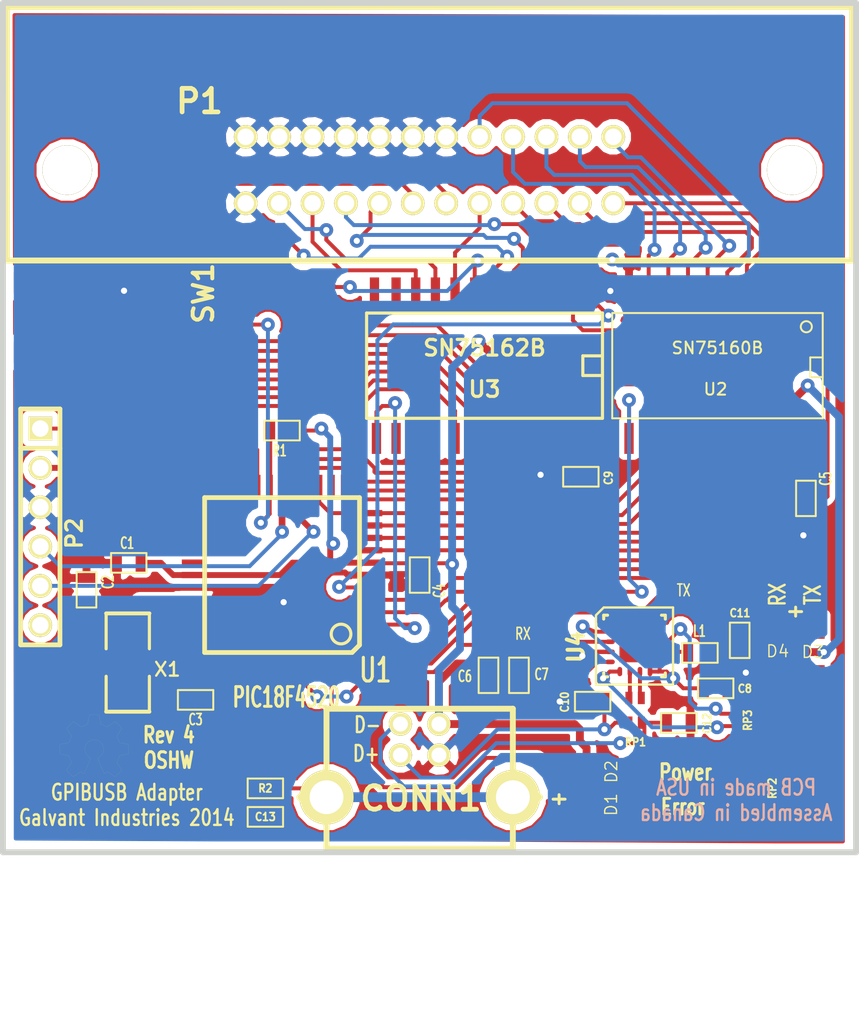
<source format=kicad_pcb>
(kicad_pcb (version 20210424) (generator pcbnew)
  (title_block (title "USB to GPIB Adapter") (date "17 mar 2013") (rev "RevB") (company "Steven Casagrande"))
  (layers (0 "F.Cu" signal "Component") (31 "B.Cu" signal "Copper") (34 "B.Paste" user) (35 "F.Paste" user) (36 "B.SilkS" user "B.Silkscreen") (37 "F.SilkS" user "F.Silkscreen") (38 "B.Mask" user) (39 "F.Mask" user) (44 "Edge.Cuts" user))
  (net 0 "")
  (net 1 "3V3OUT")
  (net 2 "ATN")
  (net 3 "DAV")
  (net 4 "DC")
  (net 5 "DGND")
  (net 6 "DIO1")
  (net 7 "DIO2")
  (net 8 "DIO3")
  (net 9 "DIO4")
  (net 10 "DIO5")
  (net 11 "DIO6")
  (net 12 "DIO7")
  (net 13 "DIO8")
  (net 14 "EOI")
  (net 15 "ERROR_LED")
  (net 16 "FTDI_CTS")
  (net 17 "FTDI_RTS")
  (net 18 "FTDI_RXI")
  (net 19 "FTDI_TXO")
  (net 20 "G_ATN")
  (net 21 "G_DAV")
  (net 22 "G_DIO1")
  (net 23 "G_DIO2")
  (net 24 "G_DIO3")
  (net 25 "G_DIO4")
  (net 26 "G_DIO5")
  (net 27 "G_DIO6")
  (net 28 "G_DIO7")
  (net 29 "G_DIO8")
  (net 30 "G_EOI")
  (net 31 "G_IFC")
  (net 32 "G_NDAC")
  (net 33 "G_NRFD")
  (net 34 "G_REN")
  (net 35 "G_SRQ")
  (net 36 "IFC")
  (net 37 "NDAC")
  (net 38 "NRFD")
  (net 39 "Net-(C10-Pad1)")
  (net 40 "Net-(C12-Pad1)")
  (net 41 "Net-(C13-Pad1)")
  (net 42 "Net-(C2-Pad1)")
  (net 43 "Net-(C3-Pad2)")
  (net 44 "Net-(D1-Pad2)")
  (net 45 "Net-(D2-Pad2)")
  (net 46 "Net-(D3-Pad2)")
  (net 47 "Net-(D4-Pad2)")
  (net 48 "Net-(L1-Pad1)")
  (net 49 "Net-(P2-Pad1)")
  (net 50 "Net-(P2-Pad6)")
  (net 51 "Net-(U1-Pad12)")
  (net 52 "Net-(U1-Pad13)")
  (net 53 "Net-(U1-Pad27)")
  (net 54 "Net-(U1-Pad33)")
  (net 55 "Net-(U1-Pad34)")
  (net 56 "Net-(U1-Pad38)")
  (net 57 "Net-(U1-Pad39)")
  (net 58 "Net-(U1-Pad40)")
  (net 59 "Net-(U3-Pad11)")
  (net 60 "Net-(U3-Pad14)")
  (net 61 "Net-(U3-Pad23)")
  (net 62 "Net-(U4-Pad12)")
  (net 63 "Net-(U4-Pad14)")
  (net 64 "PE")
  (net 65 "REN")
  (net 66 "RX_LED")
  (net 67 "SC")
  (net 68 "SRQ")
  (net 69 "TE")
  (net 70 "TX_LED")
  (net 71 "USB_D+")
  (net 72 "USB_D-")
  (net 73 "VCC")
  (footprint "conn_usb_B" (layer "F.Cu") (at 150.114 127)
    (fp_text reference "CONN1")
    (fp_text value "Conn1" hide)
  )
  (footprint "SSOP28" (layer "F.Cu") (at 169.3545 96.8375 180)
    (fp_text reference "U2")
    (fp_text value "SN75160B")
  )
  (footprint "SM0603" (layer "F.Cu") (at 135.636 118.4275 180)
    (fp_text reference "C3")
    (fp_text value "18pF" hide)
  )
  (footprint "SM0603" (layer "F.Cu") (at 168.2242 115.3922)
    (fp_text reference "L1")
    (fp_text value "INDUCTOR" hide)
  )
  (footprint "SM0603" (layer "F.Cu") (at 175.0695 105.41 -90)
    (fp_text reference "C5")
    (fp_text value "100nF" hide)
  )
  (footprint "SM0603" (layer "F.Cu") (at 150.114 110.363 90)
    (fp_text reference "C4")
    (fp_text value "100nF" hide)
  )
  (footprint "gpib_conn_male" (layer "F.Cu") (at 150.749 84.201 180)
    (fp_text reference "P1")
    (fp_text value "CONN_12X2" hide)
  )
  (footprint "SM0603" (layer "F.Cu") (at 141.224 101.0285)
    (fp_text reference "R1")
    (fp_text value "10k" hide)
  )
  (footprint "SM2512" (layer "F.Cu") (at 131.2545 116.0145 -90)
    (fp_text reference "X1")
    (fp_text value "CRYSTAL" hide)
  )
  (footprint "SM0603" (layer "F.Cu") (at 156.5275 116.84 -90)
    (fp_text reference "C7")
    (fp_text value "100nF" hide)
  )
  (footprint "TQFP44" (layer "F.Cu") (at 141.224 110.363 180)
    (fp_text reference "U1")
    (fp_text value "PIC18F4520")
  )
  (footprint "LED-1206" (layer "F.Cu") (at 162.4965 125.222)
    (fp_text reference "D1")
    (fp_text value "LED" hide)
  )
  (footprint "LED-1206" (layer "F.Cu") (at 162.4965 123.063)
    (fp_text reference "D2")
    (fp_text value "LED" hide)
  )
  (footprint "SM0603" (layer "F.Cu") (at 154.559 116.84 -90)
    (fp_text reference "C6")
    (fp_text value "4.7uF" hide)
  )
  (footprint "SM0603" (layer "F.Cu") (at 131.318 109.5756 180)
    (fp_text reference "C1")
    (fp_text value "100nF" hide)
  )
  (footprint "SM0603" (layer "F.Cu") (at 170.7896 114.5794 90)
    (fp_text reference "C11")
    (fp_text value "10nF" hide)
  )
  (footprint "SM0603" (layer "F.Cu") (at 161.29 118.5418 180)
    (fp_text reference "C10")
    (fp_text value "47pF" hide)
  )
  (footprint "SM0603" (layer "F.Cu") (at 166.8526 119.9134)
    (fp_text reference "C12")
    (fp_text value "47pF" hide)
  )
  (footprint "SM0603" (layer "F.Cu") (at 169.2402 117.6782)
    (fp_text reference "C8")
    (fp_text value "10nF" hide)
  )
  (footprint "SM0603" (layer "F.Cu") (at 160.528 104.013 180)
    (fp_text reference "C9")
    (fp_text value "100nF" hide)
  )
  (footprint "SOIC24" (layer "F.Cu") (at 154.305 96.8375 180)
    (fp_text reference "U3")
    (fp_text value "SN75162B")
  )
  (footprint "SW_PUSH" (layer "F.Cu") (at 129.4892 93.726 -90)
    (fp_text reference "SW1")
    (fp_text value "SW_PUSH" hide)
  )
  (footprint "PIN_ARRAY-6X1" (layer "F.Cu") (at 125.603 107.2515 -90)
    (fp_text reference "P2")
    (fp_text value "CONN_6" hide)
  )
  (footprint "SM0603" (layer "F.Cu") (at 128.5875 111.3155 90)
    (fp_text reference "C2")
    (fp_text value "18pF" hide)
  )
  (footprint "SM0603" (layer "F.Cu") (at 164.0332 119.1006)
    (fp_text reference "RP1")
    (fp_text value "27ohm" hide)
  )
  (footprint "SM0603" (layer "F.Cu") (at 170.84548 124.16536 90)
    (fp_text reference "RP2")
    (fp_text value "270ohm" hide)
  )
  (footprint "LOGO" (layer "F.Cu") (at 129.0828 121.3866)
    (fp_text reference "G***" hide)
    (fp_text value "LOGO" hide)
  )
  (footprint "SM0603" (layer "F.Cu") (at 140.1445 124.1425 180)
    (fp_text reference "R2")
    (fp_text value "1M" hide)
  )
  (footprint "SM0603" (layer "F.Cu") (at 140.1445 125.984 180)
    (fp_text reference "C13")
    (fp_text value "4.7nF" hide)
  )
  (footprint "QFN24" (layer "F.Cu") (at 164.0205 114.9985 90)
    (fp_text reference "U4")
    (fp_text value "FT230X" hide)
  )
  (footprint "LED-1206" (layer "F.Cu") (at 173.24324 115.28552 -90)
    (fp_text reference "D4")
    (fp_text value "LED" hide)
  )
  (footprint "LED-1206" (layer "F.Cu") (at 175.52924 115.33124 -90)
    (fp_text reference "D3")
    (fp_text value "LED" hide)
  )
  (footprint "SM0603" (layer "F.Cu") (at 173.37024 119.72036 -90)
    (fp_text reference "RP3")
    (fp_text value "270ohm" hide)
  )
  (footprint "1pin" (layer "F.Cu") (at 165.9636 111.29264)
    (fp_text reference "1PIN" hide)
    (fp_text value "P4" hide)
  )
  (footprint "1pin" (layer "F.Cu") (at 157.988 114.0968)
    (fp_text reference "1PIN" hide)
    (fp_text value "P3" hide)
  )
  (gr_line (start 178.308 128.27) (end 123.19 128.27) (angle 90) (layer "Edge.Cuts") (width 0.381))
  (gr_line (start 123.19 128.27) (end 123.19 73.406) (angle 90) (layer "Edge.Cuts") (width 0.381))
  (gr_line (start 178.308 73.406) (end 178.308 128.27) (angle 90) (layer "Edge.Cuts") (width 0.381))
  (gr_line (start 123.19 73.406) (end 178.308 73.406) (angle 90) (layer "Edge.Cuts") (width 0.381))
  (gr_text "PCB made in USA\nAssembled in Canada" (at 170.561 124.9045) (layer "B.SilkS") (effects (font (size 1.016 0.762) (thickness 0.1524)) (justify mirror)))
  (gr_text "Power" (at 167.28948 123.10364) (layer "F.SilkS") (effects (font (size 1.016 0.762) (thickness 0.1905))))
  (gr_text "Error" (at 167.11676 125.34392) (layer "F.SilkS") (effects (font (size 1.016 0.762) (thickness 0.1905))))
  (gr_text "D+" (at 146.6596 121.8946) (layer "F.SilkS") (effects (font (size 1.016 0.762) (thickness 0.1524))))
  (gr_text "Rev 4\nOSHW" (at 133.9088 121.5136) (layer "F.SilkS") (effects (font (size 1.016 0.762) (thickness 0.1905))))
  (gr_text "+" (at 159.1945 124.841 270) (layer "F.SilkS") (effects (font (size 1.016 0.762) (thickness 0.1905))))
  (gr_text "GPIBUSB Adapter\nGalvant Industries 2014" (at 131.191 125.222) (layer "F.SilkS") (effects (font (size 1.016 0.762) (thickness 0.1524))))
  (gr_text "RX" (at 156.78404 114.15776) (layer "F.SilkS") (effects (font (size 0.762 0.508) (thickness 0.1016))))
  (gr_text "RX" (at 173.23308 111.62792 90) (layer "F.SilkS") (effects (font (size 1.016 0.762) (thickness 0.1524))))
  (gr_text "+" (at 174.47768 112.7252 270) (layer "F.SilkS") (effects (font (size 1.016 0.762) (thickness 0.1905))))
  (gr_text "D-" (at 146.7358 120.0404) (layer "F.SilkS") (effects (font (size 1.016 0.762) (thickness 0.1524))))
  (gr_text "TX" (at 175.50892 111.63808 90) (layer "F.SilkS") (effects (font (size 1.016 0.762) (thickness 0.1524))))
  (gr_text "TX" (at 167.16756 111.3536) (layer "F.SilkS") (effects (font (size 0.762 0.508) (thickness 0.1016))))
  (segment (start 165.532 116.5985) (end 165.6205 116.51) (width 0.254) (layer "F.Cu") (net 1))
  (segment (start 165.6205 116.51) (end 165.6205 115.9735) (width 0.254) (layer "F.Cu") (net 1))
  (segment (start 166.497 117.0305) (end 166.065 116.5985) (width 0.254) (layer "F.Cu") (net 1))
  (segment (start 166.065 116.5985) (end 165.532 116.5985) (width 0.254) (layer "F.Cu") (net 1))
  (segment (start 160.64484 113.68532) (end 161.4199 114.0235) (width 0.254) (layer "F.Cu") (net 1))
  (segment (start 161.4199 114.0235) (end 162.4205 114.0235) (width 0.254) (layer "F.Cu") (net 1))
  (segment (start 167.1447 117.6782) (end 166.497 117.0305) (width 0.254) (layer "F.Cu") (net 1))
  (segment (start 168.4782 117.6782) (end 167.1447 117.6782) (width 0.254) (layer "F.Cu") (net 1))
  (segment (start 164.9955 116.5985) (end 165.532 116.5985) (width 0.254) (layer "F.Cu") (net 1))
  (via (at 160.64484 113.68532) (size 0.889) (drill 0.4) (layers "F.Cu" "B.Cu") (net 1))
  (via (at 166.497 117.0305) (size 0.889) (drill 0.4) (layers "F.Cu" "B.Cu") (net 1))
  (segment (start 165.1635 117.0305) (end 166.497 117.0305) (width 0.254) (layer "B.Cu") (net 1))
  (segment (start 164.4269 117.0305) (end 160.64484 113.68532) (width 0.254) (layer "B.Cu") (net 1))
  (segment (start 166.497 117.0305) (end 164.4269 117.0305) (width 0.254) (layer "B.Cu") (net 1))
  (segment (start 147.193 97.79) (end 149.4155 97.79) (width 0.254) (layer "F.Cu") (net 2))
  (segment (start 149.4155 97.79) (end 151.13 99.5045) (width 0.254) (layer "F.Cu") (net 2))
  (segment (start 151.13 101.5375) (end 151.13 99.5045) (width 0.254) (layer "F.Cu") (net 2))
  (segment (start 147.1295 97.79) (end 146.05 98.8695) (width 0.254) (layer "F.Cu") (net 2))
  (segment (start 146.05 98.8695) (end 139.2555 98.8695) (width 0.254) (layer "F.Cu") (net 2))
  (segment (start 139.2555 98.8695) (end 137.7315 100.3935) (width 0.254) (layer "F.Cu") (net 2))
  (segment (start 137.7315 100.3935) (end 137.7315 101.1555) (width 0.254) (layer "F.Cu") (net 2))
  (segment (start 137.7315 101.1555) (end 138.8237 102.2477) (width 0.254) (layer "F.Cu") (net 2))
  (segment (start 138.8237 102.2477) (end 138.8237 104.648) (width 0.254) (layer "F.Cu") (net 2))
  (segment (start 147.193 97.79) (end 147.1295 97.79) (width 0.254) (layer "F.Cu") (net 2))
  (segment (start 150.241 96.647) (end 153.67 100.076) (width 0.254) (layer "F.Cu") (net 3))
  (segment (start 153.67 101.5375) (end 153.67 100.076) (width 0.254) (layer "F.Cu") (net 3))
  (segment (start 146.812 96.647) (end 150.241 96.647) (width 0.254) (layer "F.Cu") (net 3))
  (segment (start 146.792076 96.647) (end 145.712576 97.7265) (width 0.254) (layer "F.Cu") (net 3))
  (segment (start 145.712576 97.7265) (end 138.4935 97.7265) (width 0.254) (layer "F.Cu") (net 3))
  (segment (start 138.4935 97.7265) (end 136.2075 100.0125) (width 0.254) (layer "F.Cu") (net 3))
  (segment (start 136.2075 101.473) (end 137.2235 102.489) (width 0.254) (layer "F.Cu") (net 3))
  (segment (start 137.2235 102.489) (end 137.2235 104.648) (width 0.254) (layer "F.Cu") (net 3))
  (segment (start 146.812 96.647) (end 146.792076 96.647) (width 0.254) (layer "F.Cu") (net 3))
  (segment (start 136.2075 100.0125) (end 136.2075 101.473) (width 0.254) (layer "F.Cu") (net 3))
  (segment (start 148.5265 99.2505) (end 148.336 99.441) (width 0.254) (layer "F.Cu") (net 4))
  (segment (start 148.336 99.441) (end 147.701 99.441) (width 0.254) (layer "F.Cu") (net 4))
  (segment (start 147.701 99.441) (end 147.32 99.822) (width 0.254) (layer "F.Cu") (net 4))
  (segment (start 147.32 101.5375) (end 147.32 99.822) (width 0.254) (layer "F.Cu") (net 4))
  (segment (start 149.7965 113.792) (end 149.5679 113.5634) (width 0.254) (layer "F.Cu") (net 4))
  (segment (start 149.5679 113.5634) (end 146.939 113.5634) (width 0.254) (layer "F.Cu") (net 4))
  (via (at 148.5265 99.2505) (size 0.889) (drill 0.4) (layers "F.Cu" "B.Cu") (net 4))
  (via (at 149.7965 113.792) (size 0.889) (drill 0.4) (layers "F.Cu" "B.Cu") (net 4))
  (segment (start 148.5265 112.395) (end 148.5265 99.2505) (width 0.254) (layer "B.Cu") (net 4))
  (segment (start 148.5265 113.157) (end 149.1615 113.792) (width 0.254) (layer "B.Cu") (net 4))
  (segment (start 149.1615 113.792) (end 149.7965 113.792) (width 0.254) (layer "B.Cu") (net 4))
  (segment (start 148.5265 112.903) (end 148.5265 113.157) (width 0.254) (layer "B.Cu") (net 4))
  (segment (start 148.5265 112.395) (end 148.5265 112.903) (width 0.254) (layer "B.Cu") (net 4))
  (segment (start 162.559 92.1375) (end 162.433 92.0115) (width 0.254) (layer "F.Cu") (net 5))
  (segment (start 158.0515 104.013) (end 157.9245 103.886) (width 0.254) (layer "F.Cu") (net 5))
  (segment (start 149.3774 111.125) (end 148.6154 110.363) (width 0.381) (layer "F.Cu") (net 5))
  (segment (start 148.6154 110.363) (end 146.939 110.363) (width 0.381) (layer "F.Cu") (net 5))
  (segment (start 145.453098 110.363) (end 145.288 110.197902) (width 0.381) (layer "F.Cu") (net 5))
  (segment (start 145.288 110.197902) (end 142.278098 110.197902) (width 0.381) (layer "F.Cu") (net 5))
  (segment (start 142.278098 110.197902) (end 141.3129 111.1631) (width 0.381) (layer "F.Cu") (net 5))
  (segment (start 141.3129 111.1631) (end 135.509 111.1631) (width 0.381) (layer "F.Cu") (net 5))
  (segment (start 141.3129 112.1029) (end 141.3256 112.1156) (width 0.381) (layer "F.Cu") (net 5))
  (segment (start 147.193 93.5482) (end 147.1168 93.6244) (width 0.254) (layer "F.Cu") (net 5))
  (segment (start 147.1168 93.6244) (end 143.6624 93.6244) (width 0.254) (layer "F.Cu") (net 5))
  (segment (start 131.536 91.476) (end 131.0132 91.9988) (width 0.254) (layer "F.Cu") (net 5))
  (segment (start 175.0695 107.6325) (end 174.9044 107.7976) (width 0.508) (layer "F.Cu") (net 5))
  (segment (start 170.77944 117.6782) (end 171.18584 117.2718) (width 0.254) (layer "F.Cu") (net 5))
  (segment (start 171.18584 117.2718) (end 171.18584 116.66728) (width 0.254) (layer "F.Cu") (net 5))
  (segment (start 138.0236 114.5032) (end 138.00836 114.48796) (width 0.254) (layer "F.Cu") (net 5))
  (segment (start 138.8237 114.55146) (end 138.811 114.53876) (width 0.254) (layer "F.Cu") (net 5))
  (segment (start 139.6238 114.53876) (end 139.60856 114.52352) (width 0.254) (layer "F.Cu") (net 5))
  (segment (start 160.89134 115.3235) (end 160.62452 115.59032) (width 0.254) (layer "F.Cu") (net 5))
  (segment (start 159.17164 118.5418) (end 159.16148 118.53164) (width 0.381) (layer "F.Cu") (net 5))
  (segment (start 165.95578 113.3985) (end 167.01008 112.3442) (width 0.254) (layer "F.Cu") (net 5))
  (segment (start 170.0022 117.6782) (end 170.77944 117.6782) (width 0.254) (layer "F.Cu") (net 5))
  (segment (start 160.528 118.5418) (end 159.17164 118.5418) (width 0.381) (layer "F.Cu") (net 5))
  (segment (start 134.0392 91.476) (end 131.536 91.476) (width 0.254) (layer "F.Cu") (net 5))
  (segment (start 163.6395 92.1375) (end 162.559 92.1375) (width 0.254) (layer "F.Cu") (net 5))
  (segment (start 150.114 111.125) (end 149.3774 111.125) (width 0.381) (layer "F.Cu") (net 5))
  (segment (start 154.559 117.602) (end 156.5275 117.602) (width 0.381) (layer "F.Cu") (net 5))
  (segment (start 146.939 110.363) (end 145.453098 110.363) (width 0.381) (layer "F.Cu") (net 5))
  (segment (start 159.639 104.013) (end 158.0515 104.013) (width 0.254) (layer "F.Cu") (net 5))
  (segment (start 162.4205 115.3235) (end 160.89134 115.3235) (width 0.254) (layer "F.Cu") (net 5))
  (segment (start 138.0236 116.078) (end 138.0236 114.5032) (width 0.254) (layer "F.Cu") (net 5))
  (segment (start 156.5275 117.602) (end 158.07944 117.602) (width 0.381) (layer "F.Cu") (net 5))
  (segment (start 139.6238 116.078) (end 139.6238 114.53876) (width 0.254) (layer "F.Cu") (net 5))
  (segment (start 175.0695 106.172) (end 175.0695 107.6325) (width 0.508) (layer "F.Cu") (net 5))
  (segment (start 147.193 92.1375) (end 147.193 93.5482) (width 0.254) (layer "F.Cu") (net 5))
  (segment (start 141.3129 111.1631) (end 141.3129 112.1029) (width 0.381) (layer "F.Cu") (net 5))
  (segment (start 135.509 113.5634) (end 137.42416 113.5634) (width 0.254) (layer "F.Cu") (net 5))
  (segment (start 164.9955 113.3985) (end 165.95578 113.3985) (width 0.254) (layer "F.Cu") (net 5))
  (segment (start 138.8237 116.078) (end 138.8237 114.55146) (width 0.254) (layer "F.Cu") (net 5))
  (via (at 162.433 92.0115) (size 0.889) (drill 0.4) (layers "F.Cu" "B.Cu") (net 5))
  (via (at 160.62452 115.59032) (size 0.889) (drill 0.4) (layers "F.Cu" "B.Cu") (net 5))
  (via (at 174.9044 107.7976) (size 0.889) (drill 0.4) (layers "F.Cu" "B.Cu") (net 5))
  (via (at 157.9245 103.886) (size 0.889) (drill 0.4) (layers "F.Cu" "B.Cu") (net 5))
  (via (at 159.16148 118.53164) (size 0.889) (drill 0.4) (layers "F.Cu" "B.Cu") (net 5))
  (via (at 141.3256 112.1156) (size 0.889) (drill 0.4) (layers "F.Cu" "B.Cu") (net 5))
  (via (at 171.18584 116.66728) (size 0.889) (drill 0.4) (layers "F.Cu" "B.Cu") (net 5))
  (via (at 131.0132 91.9988) (size 0.889) (drill 0.4) (layers "F.Cu" "B.Cu") (net 5))
  (segment (start 162.433 92.0115) (end 162.433 92.075) (width 0.254) (layer "B.Cu") (net 5))
  (segment (start 170.1292 108.0008) (end 173.7995 104.3305) (width 0.254) (layer "F.Cu") (net 6))
  (segment (start 173.7995 101.5375) (end 173.7995 104.3305) (width 0.254) (layer "F.Cu") (net 6))
  (segment (start 154.94 109.982) (end 168.148 109.982) (width 0.254) (layer "F.Cu") (net 6))
  (segment (start 168.148 109.982) (end 170.1292 108.0008) (width 0.254) (layer "F.Cu") (net 6))
  (segment (start 154.686 109.982) (end 153.4668 108.7628) (width 0.254) (layer "F.Cu") (net 6))
  (segment (start 153.4668 108.7628) (end 146.939 108.7628) (width 0.254) (layer "F.Cu") (net 6))
  (segment (start 154.94 109.982) (end 154.686 109.982) (width 0.254) (layer "F.Cu") (net 6))
  (segment (start 169.3418 107.2007) (end 172.5295 104.013) (width 0.254) (layer "F.Cu") (net 7))
  (segment (start 172.5295 101.5375) (end 172.5295 104.013) (width 0.254) (layer "F.Cu") (net 7))
  (segment (start 155.5115 109.4105) (end 167.132 109.4105) (width 0.254) (layer "F.Cu") (net 7))
  (segment (start 167.132 109.4105) (end 169.3418 107.2007) (width 0.254) (layer "F.Cu") (net 7))
  (segment (start 155.0035 109.4105) (end 153.5557 107.9627) (width 0.254) (layer "F.Cu") (net 7))
  (segment (start 153.5557 107.9627) (end 146.939 107.9627) (width 0.254) (layer "F.Cu") (net 7))
  (segment (start 155.5115 109.4105) (end 155.0035 109.4105) (width 0.254) (layer "F.Cu") (net 7))
  (segment (start 168.6814 106.4006) (end 171.2595 103.8225) (width 0.254) (layer "F.Cu") (net 8))
  (segment (start 171.2595 101.5375) (end 171.2595 103.8225) (width 0.254) (layer "F.Cu") (net 8))
  (segment (start 156.0195 108.7755) (end 166.3065 108.7755) (width 0.254) (layer "F.Cu") (net 8))
  (segment (start 166.3065 108.7755) (end 168.6814 106.4006) (width 0.254) (layer "F.Cu") (net 8))
  (segment (start 155.194 108.7755) (end 153.5811 107.1626) (width 0.254) (layer "F.Cu") (net 8))
  (segment (start 153.5811 107.1626) (end 146.939 107.1626) (width 0.254) (layer "F.Cu") (net 8))
  (segment (start 156.0195 108.7755) (end 155.194 108.7755) (width 0.254) (layer "F.Cu") (net 8))
  (segment (start 167.9575 105.6005) (end 169.9895 103.5685) (width 0.254) (layer "F.Cu") (net 9))
  (segment (start 169.9895 101.5375) (end 169.9895 103.5685) (width 0.254) (layer "F.Cu") (net 9))
  (segment (start 156.591 108.204) (end 165.354 108.204) (width 0.254) (layer "F.Cu") (net 9))
  (segment (start 165.354 108.204) (end 167.9575 105.6005) (width 0.254) (layer "F.Cu") (net 9))
  (segment (start 155.448 108.204) (end 153.6065 106.3625) (width 0.254) (layer "F.Cu") (net 9))
  (segment (start 153.6065 106.3625) (end 146.939 106.3625) (width 0.254) (layer "F.Cu") (net 9))
  (segment (start 156.591 108.204) (end 155.448 108.204) (width 0.254) (layer "F.Cu") (net 9))
  (segment (start 167.0685 104.9655) (end 168.7195 103.3145) (width 0.254) (layer "F.Cu") (net 10))
  (segment (start 168.7195 103.3145) (end 168.7195 101.5375) (width 0.254) (layer "F.Cu") (net 10))
  (segment (start 155.829 107.6325) (end 164.4015 107.6325) (width 0.254) (layer "F.Cu") (net 10))
  (segment (start 164.4015 107.6325) (end 167.0685 104.9655) (width 0.254) (layer "F.Cu") (net 10))
  (segment (start 143.6243 105.6513) (end 144.3355 106.3625) (width 0.254) (layer "F.Cu") (net 10))
  (segment (start 144.3355 106.3625) (end 145.288 106.3625) (width 0.254) (layer "F.Cu") (net 10))
  (segment (start 145.288 106.3625) (end 146.177 105.4735) (width 0.254) (layer "F.Cu") (net 10))
  (segment (start 146.177 105.4735) (end 153.67 105.4735) (width 0.254) (layer "F.Cu") (net 10))
  (segment (start 153.67 105.4735) (end 155.829 107.6325) (width 0.254) (layer "F.Cu") (net 10))
  (segment (start 143.6243 104.648) (end 143.6243 105.6513) (width 0.254) (layer "F.Cu") (net 10))
  (segment (start 166.3065 104.394) (end 167.4495 103.251) (width 0.254) (layer "F.Cu") (net 11))
  (segment (start 167.4495 103.251) (end 167.4495 101.5375) (width 0.254) (layer "F.Cu") (net 11))
  (segment (start 156.21 107.061) (end 163.6395 107.061) (width 0.254) (layer "F.Cu") (net 11))
  (segment (start 163.6395 107.061) (end 166.3065 104.394) (width 0.254) (layer "F.Cu") (net 11))
  (segment (start 142.8242 103.6193) (end 143.002 103.4415) (width 0.254) (layer "F.Cu") (net 11))
  (segment (start 143.002 103.4415) (end 145.6055 103.4415) (width 0.254) (layer "F.Cu") (net 11))
  (segment (start 145.6055 103.4415) (end 145.8595 103.6955) (width 0.254) (layer "F.Cu") (net 11))
  (segment (start 145.8595 103.6955) (end 145.8595 104.5845) (width 0.254) (layer "F.Cu") (net 11))
  (segment (start 145.8595 104.5845) (end 146.177 104.902) (width 0.254) (layer "F.Cu") (net 11))
  (segment (start 146.177 104.902) (end 152.4 104.902) (width 0.254) (layer "F.Cu") (net 11))
  (segment (start 152.4 104.902) (end 152.4635 104.902) (width 0.254) (layer "F.Cu") (net 11))
  (segment (start 154.051 104.902) (end 156.21 107.061) (width 0.254) (layer "F.Cu") (net 11))
  (segment (start 142.8242 103.6193) (end 142.8242 104.648) (width 0.254) (layer "F.Cu") (net 11))
  (segment (start 152.4 104.902) (end 154.051 104.902) (width 0.254) (layer "F.Cu") (net 11))
  (segment (start 143.256 107.569) (end 142.0241 106.3371) (width 0.381) (layer "F.Cu") (net 12))
  (segment (start 142.0241 106.0069) (end 142.0241 106.3371) (width 0.381) (layer "F.Cu") (net 12))
  (segment (start 142.0241 103.5939) (end 142.748 102.87) (width 0.254) (layer "F.Cu") (net 12))
  (segment (start 142.748 102.87) (end 145.796 102.87) (width 0.254) (layer "F.Cu") (net 12))
  (segment (start 145.796 102.87) (end 146.431 103.505) (width 0.254) (layer "F.Cu") (net 12))
  (segment (start 146.431 103.505) (end 146.431 104.203498) (width 0.254) (layer "F.Cu") (net 12))
  (segment (start 146.431 104.203498) (end 146.558002 104.3305) (width 0.254) (layer "F.Cu") (net 12))
  (segment (start 146.558002 104.3305) (end 151.9555 104.3305) (width 0.254) (layer "F.Cu") (net 12))
  (segment (start 154.305 104.3305) (end 156.464 106.4895) (width 0.254) (layer "F.Cu") (net 12))
  (segment (start 156.464 106.4895) (end 163.195 106.4895) (width 0.254) (layer "F.Cu") (net 12))
  (segment (start 163.195 106.4895) (end 166.1795 103.505) (width 0.254) (layer "F.Cu") (net 12))
  (segment (start 166.1795 103.505) (end 166.1795 101.5375) (width 0.254) (layer "F.Cu") (net 12))
  (segment (start 142.0241 104.648) (end 142.0241 103.5939) (width 0.254) (layer "F.Cu") (net 12))
  (segment (start 142.0241 106.0069) (end 141.986 106.045) (width 0.4318) (layer "F.Cu") (net 12))
  (segment (start 142.0241 104.648) (end 142.0241 106.0069) (width 0.4318) (layer "F.Cu") (net 12))
  (segment (start 151.9555 104.3305) (end 154.305 104.3305) (width 0.254) (layer "F.Cu") (net 12))
  (via (at 143.256 107.569) (size 0.889) (drill 0.4) (layers "F.Cu" "B.Cu") (net 12))
  (segment (start 143.1925 107.569) (end 139.7 111.0615) (width 0.254) (layer "B.Cu") (net 12))
  (segment (start 139.7 111.0615) (end 125.603 111.0615) (width 0.254) (layer "B.Cu") (net 12))
  (segment (start 125.603 111.0615) (end 125.603 111.0615) (width 0.254) (layer "B.Cu") (net 12))
  (segment (start 143.256 107.569) (end 143.1925 107.569) (width 0.254) (layer "B.Cu") (net 12))
  (segment (start 141.224 103.4415) (end 142.4305 102.235) (width 0.254) (layer "F.Cu") (net 13))
  (segment (start 142.4305 102.235) (end 145.9865 102.235) (width 0.254) (layer "F.Cu") (net 13))
  (segment (start 145.9865 102.235) (end 147.193 103.4415) (width 0.254) (layer "F.Cu") (net 13))
  (segment (start 147.193 103.4415) (end 147.193 103.695498) (width 0.254) (layer "F.Cu") (net 13))
  (segment (start 147.193 103.695498) (end 147.256502 103.759) (width 0.254) (layer "F.Cu") (net 13))
  (segment (start 147.256502 103.759) (end 151.9555 103.759) (width 0.254) (layer "F.Cu") (net 13))
  (segment (start 154.559 103.759) (end 156.718 105.918) (width 0.254) (layer "F.Cu") (net 13))
  (segment (start 156.718 105.918) (end 162.6235 105.918) (width 0.254) (layer "F.Cu") (net 13))
  (segment (start 162.6235 105.918) (end 164.9095 103.632) (width 0.254) (layer "F.Cu") (net 13))
  (segment (start 164.9095 103.632) (end 164.9095 101.5375) (width 0.254) (layer "F.Cu") (net 13))
  (segment (start 141.224 106.045) (end 141.224 107.569) (width 0.4318) (layer "F.Cu") (net 13))
  (segment (start 151.9555 103.759) (end 154.559 103.759) (width 0.254) (layer "F.Cu") (net 13))
  (segment (start 141.224 104.648) (end 141.224 103.4415) (width 0.254) (layer "F.Cu") (net 13))
  (segment (start 141.224 104.648) (end 141.224 106.045) (width 0.4318) (layer "F.Cu") (net 13))
  (via (at 141.224 107.569) (size 0.889) (drill 0.4) (layers "F.Cu" "B.Cu") (net 13))
  (segment (start 141.224 107.696) (end 139.1285 109.7915) (width 0.254) (layer "B.Cu") (net 13))
  (segment (start 139.1285 109.7915) (end 127.1905 109.7915) (width 0.254) (layer "B.Cu") (net 13))
  (segment (start 126.873 109.7915) (end 125.603 108.5215) (width 0.254) (layer "B.Cu") (net 13))
  (segment (start 127.1905 109.7915) (end 126.873 109.7915) (width 0.254) (layer "B.Cu") (net 13))
  (segment (start 141.224 107.569) (end 141.224 107.696) (width 0.254) (layer "B.Cu") (net 13))
  (segment (start 146.939 97.2185) (end 149.86 97.2185) (width 0.254) (layer "F.Cu") (net 14))
  (segment (start 149.86 97.2185) (end 152.4 99.7585) (width 0.254) (layer "F.Cu") (net 14))
  (segment (start 152.4 101.5375) (end 152.4 99.7585) (width 0.254) (layer "F.Cu") (net 14))
  (segment (start 145.8595 98.298) (end 138.938 98.298) (width 0.254) (layer "F.Cu") (net 14))
  (segment (start 138.938 98.298) (end 137.0965 100.1395) (width 0.254) (layer "F.Cu") (net 14))
  (segment (start 137.0965 100.1395) (end 137.0965 101.346) (width 0.254) (layer "F.Cu") (net 14))
  (segment (start 137.0965 101.346) (end 138.0236 102.2731) (width 0.254) (layer "F.Cu") (net 14))
  (segment (start 138.0236 102.2731) (end 138.0236 104.648) (width 0.254) (layer "F.Cu") (net 14))
  (segment (start 146.939 97.2185) (end 145.8595 98.298) (width 0.254) (layer "F.Cu") (net 14))
  (segment (start 144.4244 120.69826) (end 147.79752 124.07138) (width 0.254) (layer "F.Cu") (net 15))
  (segment (start 147.79752 124.07138) (end 152.53462 124.07138) (width 0.254) (layer "F.Cu") (net 15))
  (segment (start 152.53462 124.07138) (end 154.432 122.174) (width 0.254) (layer "F.Cu") (net 15))
  (segment (start 154.432 122.174) (end 157.734 122.174) (width 0.254) (layer "F.Cu") (net 15))
  (segment (start 157.734 122.174) (end 159.004 123.444) (width 0.254) (layer "F.Cu") (net 15))
  (segment (start 159.004 123.444) (end 159.004 124.841) (width 0.254) (layer "F.Cu") (net 15))
  (segment (start 159.004 124.841) (end 159.385 125.222) (width 0.254) (layer "F.Cu") (net 15))
  (segment (start 159.385 125.222) (end 160.8963 125.222) (width 0.254) (layer "F.Cu") (net 15))
  (segment (start 144.4244 116.078) (end 144.4244 120.69826) (width 0.254) (layer "F.Cu") (net 15))
  (segment (start 142.8242 117.5258) (end 143.49476 118.19636) (width 0.254) (layer "F.Cu") (net 16))
  (segment (start 145.3896 118.2116) (end 146.96948 116.63172) (width 0.254) (layer "F.Cu") (net 16))
  (segment (start 146.96948 116.63172) (end 151.035624 116.63172) (width 0.254) (layer "F.Cu") (net 16))
  (segment (start 151.035624 116.63172) (end 152.793304 114.87404) (width 0.254) (layer "F.Cu") (net 16))
  (segment (start 152.793304 114.87404) (end 157.45968 114.87404) (width 0.254) (layer "F.Cu") (net 16))
  (segment (start 158.60268 114.87404) (end 160.2232 116.49456) (width 0.254) (layer "F.Cu") (net 16))
  (segment (start 160.2232 116.49456) (end 161.07156 116.49456) (width 0.254) (layer "F.Cu") (net 16))
  (segment (start 161.07156 116.49456) (end 161.59262 115.9735) (width 0.254) (layer "F.Cu") (net 16))
  (segment (start 161.59262 115.9735) (end 162.4205 115.9735) (width 0.254) (layer "F.Cu") (net 16))
  (segment (start 157.45968 114.87404) (end 158.60268 114.87404) (width 0.254) (layer "F.Cu") (net 16))
  (segment (start 142.8242 116.078) (end 142.8242 117.5258) (width 0.254) (layer "F.Cu") (net 16))
  (via (at 145.3896 118.2116) (size 0.889) (drill 0.4) (layers "F.Cu" "B.Cu") (net 16))
  (via (at 143.49476 118.19636) (size 0.889) (drill 0.4) (layers "F.Cu" "B.Cu") (net 16))
  (segment (start 143.49476 118.19636) (end 143.51 118.2116) (width 0.254) (layer "B.Cu") (net 16))
  (segment (start 143.51 118.2116) (end 145.3896 118.2116) (width 0.254) (layer "B.Cu") (net 16))
  (segment (start 163.0455 113.03798) (end 162.7886 112.78108) (width 0.254) (layer "F.Cu") (net 17))
  (segment (start 162.7886 112.78108) (end 153.416 112.78108) (width 0.254) (layer "F.Cu") (net 17))
  (segment (start 153.416 112.78108) (end 150.7744 115.42268) (width 0.254) (layer "F.Cu") (net 17))
  (segment (start 150.7744 115.42268) (end 146.22272 115.42268) (width 0.254) (layer "F.Cu") (net 17))
  (segment (start 146.22272 115.42268) (end 145.29816 114.49812) (width 0.254) (layer "F.Cu") (net 17))
  (segment (start 145.29816 114.49812) (end 143.8656 114.49812) (width 0.254) (layer "F.Cu") (net 17))
  (segment (start 143.8656 114.49812) (end 143.6243 114.73942) (width 0.254) (layer "F.Cu") (net 17))
  (segment (start 143.6243 114.73942) (end 143.6243 116.078) (width 0.254) (layer "F.Cu") (net 17))
  (segment (start 163.0455 113.3985) (end 163.0455 113.03798) (width 0.254) (layer "F.Cu") (net 17))
  (segment (start 160.12934 114.6735) (end 159.2326 113.77676) (width 0.254) (layer "F.Cu") (net 18))
  (segment (start 158.76016 113.30432) (end 153.6446 113.30432) (width 0.254) (layer "F.Cu") (net 18))
  (segment (start 153.6446 113.30432) (end 150.87092 116.078) (width 0.254) (layer "F.Cu") (net 18))
  (segment (start 150.87092 116.078) (end 145.2245 116.078) (width 0.254) (layer "F.Cu") (net 18))
  (segment (start 158.91256 114.0968) (end 159.2326 113.77676) (width 0.254) (layer "F.Cu") (net 18))
  (segment (start 159.2326 113.77676) (end 158.76016 113.30432) (width 0.254) (layer "F.Cu") (net 18))
  (segment (start 157.988 114.0968) (end 158.91256 114.0968) (width 0.254) (layer "F.Cu") (net 18))
  (segment (start 162.4205 114.6735) (end 160.12934 114.6735) (width 0.254) (layer "F.Cu") (net 18))
  (segment (start 148.4757 114.3635) (end 149.0218 114.9096) (width 0.254) (layer "F.Cu") (net 19))
  (segment (start 149.0218 114.9096) (end 150.5204 114.9096) (width 0.254) (layer "F.Cu") (net 19))
  (segment (start 150.5204 114.9096) (end 153.2128 112.2172) (width 0.254) (layer "F.Cu") (net 19))
  (segment (start 153.2128 112.2172) (end 163.3474 112.2172) (width 0.254) (layer "F.Cu") (net 19))
  (segment (start 163.3474 112.2172) (end 163.6955 112.5653) (width 0.254) (layer "F.Cu") (net 19))
  (segment (start 163.6955 112.5653) (end 163.6955 112.57788) (width 0.254) (layer "F.Cu") (net 19))
  (segment (start 163.6955 112.57788) (end 163.6955 113.3985) (width 0.254) (layer "F.Cu") (net 19))
  (segment (start 164.67836 112.57788) (end 165.9636 111.29264) (width 0.254) (layer "F.Cu") (net 19))
  (segment (start 163.6955 112.57788) (end 164.67836 112.57788) (width 0.254) (layer "F.Cu") (net 19))
  (segment (start 146.939 114.3635) (end 148.4757 114.3635) (width 0.254) (layer "F.Cu") (net 19))
  (segment (start 151.13 90.551) (end 150.6855 90.1065) (width 0.254) (layer "F.Cu") (net 20))
  (segment (start 150.6855 90.1065) (end 145.4785 90.1065) (width 0.254) (layer "F.Cu") (net 20))
  (segment (start 145.4785 90.1065) (end 144.0815 88.7095) (width 0.254) (layer "F.Cu") (net 20))
  (segment (start 144.0815 88.7095) (end 144.0815 88.0745) (width 0.254) (layer "F.Cu") (net 20))
  (segment (start 151.13 92.1375) (end 151.13 90.551) (width 0.254) (layer "F.Cu") (net 20))
  (via (at 144.0815 88.0745) (size 0.889) (drill 0.4) (layers "F.Cu" "B.Cu") (net 20))
  (segment (start 144.0815 88.0745) (end 144.018 88.011) (width 0.254) (layer "B.Cu") (net 20))
  (segment (start 144.018 88.011) (end 142.6972 88.011) (width 0.254) (layer "B.Cu") (net 20))
  (segment (start 142.6972 88.011) (end 141.0335 86.3473) (width 0.254) (layer "B.Cu") (net 20))
  (segment (start 151.8285 85.725) (end 150.368 84.2645) (width 0.254) (layer "F.Cu") (net 21))
  (segment (start 150.368 84.2645) (end 137.541 84.2645) (width 0.254) (layer "F.Cu") (net 21))
  (segment (start 137.541 84.2645) (end 136.7155 85.09) (width 0.254) (layer "F.Cu") (net 21))
  (segment (start 136.7155 85.09) (end 136.7155 87.63) (width 0.254) (layer "F.Cu") (net 21))
  (segment (start 136.7155 87.63) (end 138.1125 89.027) (width 0.254) (layer "F.Cu") (net 21))
  (segment (start 138.1125 89.027) (end 140.2715 89.027) (width 0.254) (layer "F.Cu") (net 21))
  (segment (start 140.2715 89.027) (end 142.0495 90.805) (width 0.254) (layer "F.Cu") (net 21))
  (segment (start 142.0495 90.805) (end 143.7005 90.805) (width 0.254) (layer "F.Cu") (net 21))
  (segment (start 143.7005 90.805) (end 144.653 91.7575) (width 0.254) (layer "F.Cu") (net 21))
  (segment (start 144.653 91.7575) (end 145.6055 91.7575) (width 0.254) (layer "F.Cu") (net 21))
  (segment (start 153.8605 90.043) (end 153.67 90.2335) (width 0.254) (layer "F.Cu") (net 21))
  (segment (start 153.67 90.2335) (end 153.67 92.1375) (width 0.254) (layer "F.Cu") (net 21))
  (segment (start 151.8285 86.3473) (end 151.8285 85.725) (width 0.254) (layer "F.Cu") (net 21))
  (via (at 145.6055 91.7575) (size 0.889) (drill 0.4) (layers "F.Cu" "B.Cu") (net 21))
  (via (at 153.8605 90.043) (size 0.889) (drill 0.4) (layers "F.Cu" "B.Cu") (net 21))
  (segment (start 145.6055 91.7575) (end 145.8595 92.0115) (width 0.254) (layer "B.Cu") (net 21))
  (segment (start 145.8595 92.0115) (end 151.892 92.0115) (width 0.254) (layer "B.Cu") (net 21))
  (segment (start 151.892 92.0115) (end 153.8605 90.043) (width 0.254) (layer "B.Cu") (net 21))
  (segment (start 173.7995 88.519) (end 171.6278 86.3473) (width 0.254) (layer "F.Cu") (net 22))
  (segment (start 171.6278 86.3473) (end 162.6235 86.3473) (width 0.254) (layer "F.Cu") (net 22))
  (segment (start 173.7995 92.1375) (end 173.7995 88.519) (width 0.254) (layer "F.Cu") (net 22))
  (segment (start 172.5295 90.17) (end 173.1645 89.535) (width 0.254) (layer "F.Cu") (net 23))
  (segment (start 173.1645 89.535) (end 173.1645 88.646) (width 0.254) (layer "F.Cu") (net 23))
  (segment (start 173.1645 88.646) (end 171.5135 86.995) (width 0.254) (layer "F.Cu") (net 23))
  (segment (start 171.5135 86.995) (end 164.0205 86.995) (width 0.254) (layer "F.Cu") (net 23))
  (segment (start 164.0205 86.995) (end 163.195 87.8205) (width 0.254) (layer "F.Cu") (net 23))
  (segment (start 163.195 87.8205) (end 161.7345 87.8205) (width 0.254) (layer "F.Cu") (net 23))
  (segment (start 161.7345 87.8205) (end 160.4645 86.5505) (width 0.254) (layer "F.Cu") (net 23))
  (segment (start 160.4645 86.5505) (end 160.4645 86.3473) (width 0.254) (layer "F.Cu") (net 23))
  (segment (start 172.5295 92.1375) (end 172.5295 90.17) (width 0.254) (layer "F.Cu") (net 23))
  (segment (start 171.2595 90.3605) (end 172.2755 89.3445) (width 0.254) (layer "F.Cu") (net 24))
  (segment (start 172.2755 89.3445) (end 172.2755 88.5825) (width 0.254) (layer "F.Cu") (net 24))
  (segment (start 172.2755 88.5825) (end 171.323 87.63) (width 0.254) (layer "F.Cu") (net 24))
  (segment (start 171.323 87.63) (end 164.2745 87.63) (width 0.254) (layer "F.Cu") (net 24))
  (segment (start 164.2745 87.63) (end 163.449 88.4555) (width 0.254) (layer "F.Cu") (net 24))
  (segment (start 163.449 88.4555) (end 161.2265 88.4555) (width 0.254) (layer "F.Cu") (net 24))
  (segment (start 161.2265 88.4555) (end 160.4645 87.6935) (width 0.254) (layer "F.Cu") (net 24))
  (segment (start 160.4645 87.6935) (end 159.6517 87.6935) (width 0.254) (layer "F.Cu") (net 24))
  (segment (start 159.6517 87.6935) (end 158.3055 86.3473) (width 0.254) (layer "F.Cu") (net 24))
  (segment (start 171.2595 92.1375) (end 171.2595 90.3605) (width 0.254) (layer "F.Cu") (net 24))
  (segment (start 169.9895 90.805) (end 171.577 89.2175) (width 0.254) (layer "F.Cu") (net 25))
  (segment (start 171.577 89.2175) (end 171.577 88.602424) (width 0.254) (layer "F.Cu") (net 25))
  (segment (start 171.577 88.602424) (end 171.176076 88.2015) (width 0.254) (layer "F.Cu") (net 25))
  (segment (start 171.176076 88.2015) (end 164.465 88.2015) (width 0.254) (layer "F.Cu") (net 25))
  (segment (start 164.465 88.2015) (end 163.6395 89.027) (width 0.254) (layer "F.Cu") (net 25))
  (segment (start 163.6395 89.027) (end 161.035998 89.027) (width 0.254) (layer "F.Cu") (net 25))
  (segment (start 161.035998 89.027) (end 160.273998 88.265) (width 0.254) (layer "F.Cu") (net 25))
  (segment (start 160.273998 88.265) (end 159.4485 88.265) (width 0.254) (layer "F.Cu") (net 25))
  (segment (start 159.4485 88.265) (end 158.6865 87.503) (width 0.254) (layer "F.Cu") (net 25))
  (segment (start 158.6865 87.503) (end 157.3022 87.503) (width 0.254) (layer "F.Cu") (net 25))
  (segment (start 157.3022 87.503) (end 156.1465 86.3473) (width 0.254) (layer "F.Cu") (net 25))
  (segment (start 169.9895 92.1375) (end 169.9895 90.805) (width 0.254) (layer "F.Cu") (net 25))
  (segment (start 170.1165 89.0905) (end 168.7195 90.4875) (width 0.254) (layer "F.Cu") (net 26))
  (segment (start 168.7195 90.4875) (end 168.7195 92.1375) (width 0.254) (layer "F.Cu") (net 26))
  (via (at 170.1165 89.0905) (size 0.889) (drill 0.4) (layers "F.Cu" "B.Cu") (net 26))
  (segment (start 162.6235 82.423) (end 163.576 83.3755) (width 0.254) (layer "B.Cu") (net 26))
  (segment (start 163.576 83.3755) (end 164.4015 83.3755) (width 0.254) (layer "B.Cu") (net 26))
  (segment (start 164.4015 83.3755) (end 170.1165 89.0905) (width 0.254) (layer "B.Cu") (net 26))
  (segment (start 162.6235 82.0547) (end 162.6235 82.423) (width 0.254) (layer "B.Cu") (net 26))
  (segment (start 167.4495 90.3605) (end 168.5925 89.2175) (width 0.254) (layer "F.Cu") (net 27))
  (segment (start 167.4495 90.3605) (end 167.4495 92.1375) (width 0.254) (layer "F.Cu") (net 27))
  (via (at 168.5925 89.2175) (size 0.889) (drill 0.4) (layers "F.Cu" "B.Cu") (net 27))
  (segment (start 160.4645 83.6295) (end 160.845498 84.010498) (width 0.254) (layer "B.Cu") (net 27))
  (segment (start 160.845498 84.010498) (end 164.210998 84.010498) (width 0.254) (layer "B.Cu") (net 27))
  (segment (start 164.210998 84.010498) (end 168.5925 88.392) (width 0.254) (layer "B.Cu") (net 27))
  (segment (start 168.5925 88.392) (end 168.5925 89.2175) (width 0.254) (layer "B.Cu") (net 27))
  (segment (start 160.4645 82.0547) (end 160.4645 83.6295) (width 0.254) (layer "B.Cu") (net 27))
  (segment (start 166.1795 90.043) (end 166.9415 89.281) (width 0.254) (layer "F.Cu") (net 28))
  (segment (start 166.1795 90.043) (end 166.1795 92.1375) (width 0.254) (layer "F.Cu") (net 28))
  (via (at 166.9415 89.281) (size 0.889) (drill 0.4) (layers "F.Cu" "B.Cu") (net 28))
  (segment (start 158.3055 84.0105) (end 158.8135 84.5185) (width 0.254) (layer "B.Cu") (net 28))
  (segment (start 158.8135 84.5185) (end 163.83 84.5185) (width 0.254) (layer "B.Cu") (net 28))
  (segment (start 163.83 84.5185) (end 166.9415 87.63) (width 0.254) (layer "B.Cu") (net 28))
  (segment (start 166.9415 87.63) (end 166.9415 89.281) (width 0.254) (layer "B.Cu") (net 28))
  (segment (start 158.3055 82.0547) (end 158.3055 84.0105) (width 0.254) (layer "B.Cu") (net 28))
  (segment (start 164.9095 89.7255) (end 165.2905 89.3445) (width 0.254) (layer "F.Cu") (net 29))
  (segment (start 164.9095 89.7255) (end 164.9095 92.1375) (width 0.254) (layer "F.Cu") (net 29))
  (via (at 165.2905 89.3445) (size 0.889) (drill 0.4) (layers "F.Cu" "B.Cu") (net 29))
  (segment (start 156.1465 84.328) (end 156.9085 85.09) (width 0.254) (layer "B.Cu") (net 29))
  (segment (start 156.9085 85.09) (end 163.6395 85.09) (width 0.254) (layer "B.Cu") (net 29))
  (segment (start 163.6395 85.09) (end 165.2905 86.741) (width 0.254) (layer "B.Cu") (net 29))
  (segment (start 165.2905 86.741) (end 165.2905 89.3445) (width 0.254) (layer "B.Cu") (net 29))
  (segment (start 156.1465 82.0547) (end 156.1465 84.328) (width 0.254) (layer "B.Cu") (net 29))
  (segment (start 152.4 89.535) (end 153.9875 87.9475) (width 0.254) (layer "F.Cu") (net 30))
  (segment (start 153.9875 87.9475) (end 153.9875 86.3473) (width 0.254) (layer "F.Cu") (net 30))
  (segment (start 152.4 92.1375) (end 152.4 89.535) (width 0.254) (layer "F.Cu") (net 30))
  (segment (start 157.48 88.646) (end 156.5275 87.6935) (width 0.254) (layer "F.Cu") (net 31))
  (segment (start 156.5275 87.6935) (end 154.94 87.6935) (width 0.254) (layer "F.Cu") (net 31))
  (segment (start 157.48 92.1375) (end 157.48 88.646) (width 0.254) (layer "F.Cu") (net 31))
  (via (at 154.94 87.6935) (size 0.889) (drill 0.4) (layers "F.Cu" "B.Cu") (net 31))
  (segment (start 154.94 87.6935) (end 154.8765 87.757) (width 0.254) (layer "B.Cu") (net 31))
  (segment (start 154.8765 87.757) (end 145.8595 87.757) (width 0.254) (layer "B.Cu") (net 31))
  (segment (start 145.8595 87.757) (end 145.3515 87.249) (width 0.254) (layer "B.Cu") (net 31))
  (segment (start 145.3515 87.249) (end 145.3515 86.3473) (width 0.254) (layer "B.Cu") (net 31))
  (segment (start 156.21 90.678) (end 156.7815 90.1065) (width 0.254) (layer "F.Cu") (net 32))
  (segment (start 156.7815 90.1065) (end 156.7815 89.2175) (width 0.254) (layer "F.Cu") (net 32))
  (segment (start 156.7815 89.2175) (end 156.21 88.646) (width 0.254) (layer "F.Cu") (net 32))
  (segment (start 146.05 88.773) (end 146.939 87.884) (width 0.254) (layer "F.Cu") (net 32))
  (segment (start 146.939 87.884) (end 146.939 86.9188) (width 0.254) (layer "F.Cu") (net 32))
  (segment (start 146.939 86.9188) (end 147.5105 86.3473) (width 0.254) (layer "F.Cu") (net 32))
  (segment (start 156.21 92.1375) (end 156.21 90.678) (width 0.254) (layer "F.Cu") (net 32))
  (via (at 156.21 88.646) (size 0.889) (drill 0.4) (layers "F.Cu" "B.Cu") (net 32))
  (via (at 146.05 88.773) (size 0.889) (drill 0.4) (layers "F.Cu" "B.Cu") (net 32))
  (segment (start 156.21 88.646) (end 156.1465 88.5825) (width 0.254) (layer "B.Cu") (net 32))
  (segment (start 156.1465 88.5825) (end 154.432 88.5825) (width 0.254) (layer "B.Cu") (net 32))
  (segment (start 154.432 88.5825) (end 154.2415 88.392) (width 0.254) (layer "B.Cu") (net 32))
  (segment (start 154.2415 88.392) (end 146.431 88.392) (width 0.254) (layer "B.Cu") (net 32))
  (segment (start 146.431 88.392) (end 146.05 88.773) (width 0.254) (layer "B.Cu") (net 32))
  (segment (start 149.6695 85.7885) (end 148.971 85.09) (width 0.254) (layer "F.Cu") (net 33))
  (segment (start 148.971 85.09) (end 137.922 85.09) (width 0.254) (layer "F.Cu") (net 33))
  (segment (start 137.922 85.09) (end 137.414 85.598) (width 0.254) (layer "F.Cu") (net 33))
  (segment (start 137.414 85.598) (end 137.414 86.9315) (width 0.254) (layer "F.Cu") (net 33))
  (segment (start 137.414 86.9315) (end 138.684 88.2015) (width 0.254) (layer "F.Cu") (net 33))
  (segment (start 138.684 88.2015) (end 141.097 88.2015) (width 0.254) (layer "F.Cu") (net 33))
  (segment (start 141.097 88.2015) (end 142.621 89.7255) (width 0.254) (layer "F.Cu") (net 33))
  (segment (start 155.7655 89.789) (end 155.321 90.2335) (width 0.254) (layer "F.Cu") (net 33))
  (segment (start 155.321 90.2335) (end 155.0035 90.551) (width 0.254) (layer "F.Cu") (net 33))
  (segment (start 155.0035 90.551) (end 155.0035 92.074) (width 0.254) (layer "F.Cu") (net 33))
  (segment (start 155.0035 92.074) (end 154.94 92.1375) (width 0.254) (layer "F.Cu") (net 33))
  (segment (start 149.6695 86.3473) (end 149.6695 85.7885) (width 0.254) (layer "F.Cu") (net 33))
  (via (at 155.7655 89.789) (size 0.889) (drill 0.4) (layers "F.Cu" "B.Cu") (net 33))
  (via (at 142.621 89.7255) (size 0.889) (drill 0.4) (layers "F.Cu" "B.Cu") (net 33))
  (segment (start 142.621 89.7255) (end 142.8115 89.916) (width 0.254) (layer "B.Cu") (net 33))
  (segment (start 142.8115 89.916) (end 146.177 89.916) (width 0.254) (layer "B.Cu") (net 33))
  (segment (start 146.177 89.916) (end 146.939 89.154) (width 0.254) (layer "B.Cu") (net 33))
  (segment (start 146.939 89.154) (end 155.1305 89.154) (width 0.254) (layer "B.Cu") (net 33))
  (segment (start 155.1305 89.154) (end 155.7655 89.789) (width 0.254) (layer "B.Cu") (net 33))
  (segment (start 158.75 90.4875) (end 159.258 89.9795) (width 0.254) (layer "F.Cu") (net 34))
  (segment (start 159.258 89.9795) (end 162.56 89.9795) (width 0.254) (layer "F.Cu") (net 34))
  (segment (start 158.75 92.1375) (end 158.75 90.4875) (width 0.254) (layer "F.Cu") (net 34))
  (via (at 162.56 89.9795) (size 0.889) (drill 0.4) (layers "F.Cu" "B.Cu") (net 34))
  (segment (start 162.56 89.9795) (end 162.941 90.3605) (width 0.254) (layer "B.Cu") (net 34))
  (segment (start 162.941 90.3605) (end 170.7515 90.3605) (width 0.254) (layer "B.Cu") (net 34))
  (segment (start 170.7515 90.3605) (end 171.3865 89.7255) (width 0.254) (layer "B.Cu") (net 34))
  (segment (start 171.3865 89.7255) (end 171.3865 87.757) (width 0.254) (layer "B.Cu") (net 34))
  (segment (start 171.3865 87.757) (end 163.5125 79.883) (width 0.254) (layer "B.Cu") (net 34))
  (segment (start 163.5125 79.883) (end 154.813 79.883) (width 0.254) (layer "B.Cu") (net 34))
  (segment (start 154.813 79.883) (end 153.9875 80.7085) (width 0.254) (layer "B.Cu") (net 34))
  (segment (start 153.9875 80.7085) (end 153.9875 82.0547) (width 0.254) (layer "B.Cu") (net 34))
  (segment (start 149.86 90.678) (end 145.034 90.678) (width 0.254) (layer "F.Cu") (net 35))
  (segment (start 145.034 90.678) (end 143.1925 88.8365) (width 0.254) (layer "F.Cu") (net 35))
  (segment (start 143.1925 88.8365) (end 143.1925 86.3473) (width 0.254) (layer "F.Cu") (net 35))
  (segment (start 149.86 92.1375) (end 149.86 90.678) (width 0.254) (layer "F.Cu") (net 35))
  (segment (start 133.0325 106.553) (end 133.0325 100.457) (width 0.254) (layer "F.Cu") (net 36))
  (segment (start 133.0325 100.457) (end 137.6045 95.885) (width 0.254) (layer "F.Cu") (net 36))
  (segment (start 137.6045 95.885) (end 144.8435 95.885) (width 0.254) (layer "F.Cu") (net 36))
  (segment (start 144.8435 95.885) (end 145.8595 94.869) (width 0.254) (layer "F.Cu") (net 36))
  (segment (start 145.8595 94.869) (end 151.13 94.869) (width 0.254) (layer "F.Cu") (net 36))
  (segment (start 151.13 94.869) (end 154.94 98.679) (width 0.254) (layer "F.Cu") (net 36))
  (segment (start 154.94 98.679) (end 156.464 98.679) (width 0.254) (layer "F.Cu") (net 36))
  (segment (start 156.464 98.679) (end 157.48 99.695) (width 0.254) (layer "F.Cu") (net 36))
  (segment (start 157.48 101.5375) (end 157.48 99.695) (width 0.254) (layer "F.Cu") (net 36))
  (segment (start 133.0325 107.442) (end 133.5532 107.9627) (width 0.254) (layer "F.Cu") (net 36))
  (segment (start 133.5532 107.9627) (end 135.509 107.9627) (width 0.254) (layer "F.Cu") (net 36))
  (segment (start 133.0325 106.553) (end 133.0325 107.442) (width 0.254) (layer "F.Cu") (net 36))
  (segment (start 133.731 106.1085) (end 133.731 100.6475) (width 0.254) (layer "F.Cu") (net 37))
  (segment (start 133.731 100.6475) (end 137.8585 96.52) (width 0.254) (layer "F.Cu") (net 37))
  (segment (start 137.8585 96.52) (end 145.288 96.52) (width 0.254) (layer "F.Cu") (net 37))
  (segment (start 145.288 96.52) (end 146.304 95.504) (width 0.254) (layer "F.Cu") (net 37))
  (segment (start 146.304 95.504) (end 151.003 95.504) (width 0.254) (layer "F.Cu") (net 37))
  (segment (start 151.003 95.504) (end 154.7495 99.2505) (width 0.254) (layer "F.Cu") (net 37))
  (segment (start 154.7495 99.2505) (end 155.829 99.2505) (width 0.254) (layer "F.Cu") (net 37))
  (segment (start 155.829 99.2505) (end 156.21 99.6315) (width 0.254) (layer "F.Cu") (net 37))
  (segment (start 156.21 101.5375) (end 156.21 99.6315) (width 0.254) (layer "F.Cu") (net 37))
  (segment (start 133.731 106.7435) (end 134.1501 107.1626) (width 0.254) (layer "F.Cu") (net 37))
  (segment (start 134.1501 107.1626) (end 135.509 107.1626) (width 0.254) (layer "F.Cu") (net 37))
  (segment (start 133.731 106.1085) (end 133.731 106.7435) (width 0.254) (layer "F.Cu") (net 37))
  (segment (start 135.509 99.822) (end 138.176 97.155) (width 0.254) (layer "F.Cu") (net 38))
  (segment (start 138.176 97.155) (end 145.4785 97.155) (width 0.254) (layer "F.Cu") (net 38))
  (segment (start 145.4785 97.155) (end 146.558 96.0755) (width 0.254) (layer "F.Cu") (net 38))
  (segment (start 146.558 96.0755) (end 150.5585 96.0755) (width 0.254) (layer "F.Cu") (net 38))
  (segment (start 150.5585 96.0755) (end 154.305 99.822) (width 0.254) (layer "F.Cu") (net 38))
  (segment (start 154.305 99.822) (end 154.686 99.822) (width 0.254) (layer "F.Cu") (net 38))
  (segment (start 154.686 99.822) (end 154.94 100.076) (width 0.254) (layer "F.Cu") (net 38))
  (segment (start 154.94 100.076) (end 154.94 101.5375) (width 0.254) (layer "F.Cu") (net 38))
  (segment (start 135.509 106.3625) (end 135.509 99.822) (width 0.254) (layer "F.Cu") (net 38))
  (segment (start 162.3187 120.3325) (end 162.7506 119.9006) (width 0.254) (layer "F.Cu") (net 39))
  (segment (start 162.7506 119.9006) (end 163.4332 119.9006) (width 0.254) (layer "F.Cu") (net 39))
  (segment (start 162.052 120.3325) (end 162.052 118.5418) (width 0.254) (layer "F.Cu") (net 39))
  (segment (start 162.052 120.3325) (end 162.3187 120.3325) (width 0.254) (layer "F.Cu") (net 39))
  (via (at 162.052 120.3325) (size 0.889) (drill 0.4) (layers "F.Cu" "B.Cu") (net 39))
  (segment (start 148.8694 122.1359) (end 150.1775 123.444) (width 0.254) (layer "B.Cu") (net 39))
  (segment (start 150.1775 123.444) (end 152.019 123.444) (width 0.254) (layer "B.Cu") (net 39))
  (segment (start 152.019 123.444) (end 155.1305 120.3325) (width 0.254) (layer "B.Cu") (net 39))
  (segment (start 155.1305 120.3325) (end 162.052 120.3325) (width 0.254) (layer "B.Cu") (net 39))
  (segment (start 148.8694 121.9962) (end 148.8694 122.1359) (width 0.254) (layer "B.Cu") (net 39))
  (segment (start 163.068 121.2215) (end 163.322 120.9675) (width 0.254) (layer "F.Cu") (net 40))
  (segment (start 164.2999 121.2215) (end 164.6332 120.8882) (width 0.254) (layer "F.Cu") (net 40))
  (segment (start 164.6332 120.8882) (end 164.6332 119.9006) (width 0.254) (layer "F.Cu") (net 40))
  (segment (start 166.0778 119.9006) (end 166.0906 119.9134) (width 0.254) (layer "F.Cu") (net 40))
  (segment (start 164.6332 119.9006) (end 166.0778 119.9006) (width 0.254) (layer "F.Cu") (net 40))
  (segment (start 163.068 121.2215) (end 164.2999 121.2215) (width 0.254) (layer "F.Cu") (net 40))
  (via (at 163.068 121.2215) (size 0.889) (drill 0.4) (layers "F.Cu" "B.Cu") (net 40))
  (segment (start 148.5519 119.9896) (end 147.574 120.9675) (width 0.254) (layer "B.Cu") (net 40))
  (segment (start 147.574 120.9675) (end 147.574 122.4915) (width 0.254) (layer "B.Cu") (net 40))
  (segment (start 147.574 122.4915) (end 149.097998 124.015498) (width 0.254) (layer "B.Cu") (net 40))
  (segment (start 149.097998 124.015498) (end 152.273002 124.015498) (width 0.254) (layer "B.Cu") (net 40))
  (segment (start 152.273002 124.015498) (end 155.067 121.2215) (width 0.254) (layer "B.Cu") (net 40))
  (segment (start 155.067 121.2215) (end 163.068 121.2215) (width 0.254) (layer "B.Cu") (net 40))
  (segment (start 148.8694 119.9896) (end 148.5519 119.9896) (width 0.254) (layer "B.Cu") (net 40))
  (segment (start 143.5227 124.1425) (end 144.0942 124.714) (width 0.254) (layer "F.Cu") (net 41))
  (segment (start 140.9065 124.1425) (end 140.9065 125.984) (width 0.254) (layer "F.Cu") (net 41))
  (segment (start 140.9065 124.1425) (end 143.5227 124.1425) (width 0.254) (layer "F.Cu") (net 41))
  (segment (start 156.1338 124.714) (end 144.0942 124.714) (width 0.635) (layer "B.Cu") (net 41))
  (segment (start 131.2545 112.7125) (end 132.0038 111.9632) (width 0.254) (layer "F.Cu") (net 42))
  (segment (start 132.0038 111.9632) (end 135.509 111.9632) (width 0.254) (layer "F.Cu") (net 42))
  (segment (start 129.286 113.9825) (end 128.5875 113.284) (width 0.254) (layer "F.Cu") (net 42))
  (segment (start 128.5875 113.284) (end 128.5875 112.0775) (width 0.254) (layer "F.Cu") (net 42))
  (segment (start 131.2545 113.9825) (end 131.2545 112.7125) (width 0.254) (layer "F.Cu") (net 42))
  (segment (start 131.2545 113.9825) (end 129.286 113.9825) (width 0.254) (layer "F.Cu") (net 42))
  (segment (start 133.731 114.935) (end 133.731 112.9665) (width 0.254) (layer "F.Cu") (net 43))
  (segment (start 133.731 112.9665) (end 133.9342 112.7633) (width 0.254) (layer "F.Cu") (net 43))
  (segment (start 133.9342 112.7633) (end 135.509 112.7633) (width 0.254) (layer "F.Cu") (net 43))
  (segment (start 133.35 118.0465) (end 133.731 118.4275) (width 0.254) (layer "F.Cu") (net 43))
  (segment (start 133.731 118.4275) (end 134.874 118.4275) (width 0.254) (layer "F.Cu") (net 43))
  (segment (start 132.3721 116.2939) (end 133.731 114.935) (width 0.254) (layer "F.Cu") (net 43))
  (segment (start 131.51866 116.2939) (end 131.2545 116.55806) (width 0.254) (layer "F.Cu") (net 43))
  (segment (start 131.2545 116.55806) (end 131.2545 118.0465) (width 0.254) (layer "F.Cu") (net 43))
  (segment (start 132.3721 116.2939) (end 131.51866 116.2939) (width 0.254) (layer "F.Cu") (net 43))
  (segment (start 131.2545 118.0465) (end 133.35 118.0465) (width 0.254) (layer "F.Cu") (net 43))
  (segment (start 165.2524 125.222) (end 165.9319 124.5425) (width 0.254) (layer "F.Cu") (net 44))
  (segment (start 165.9319 124.5425) (end 166.967 124.5425) (width 0.254) (layer "F.Cu") (net 44))
  (segment (start 170.02262 124.5425) (end 170.04548 124.56536) (width 0.254) (layer "F.Cu") (net 44))
  (segment (start 166.967 124.5425) (end 170.02262 124.5425) (width 0.254) (layer "F.Cu") (net 44))
  (segment (start 164.0967 125.222) (end 165.2524 125.222) (width 0.254) (layer "F.Cu") (net 44))
  (segment (start 165.2524 123.063) (end 165.9319 123.7425) (width 0.254) (layer "F.Cu") (net 45))
  (segment (start 165.9319 123.7425) (end 166.967 123.7425) (width 0.254) (layer "F.Cu") (net 45))
  (segment (start 170.02262 123.7425) (end 170.04548 123.76536) (width 0.254) (layer "F.Cu") (net 45))
  (segment (start 164.0967 123.063) (end 165.2524 123.063) (width 0.254) (layer "F.Cu") (net 45))
  (segment (start 166.967 123.7425) (end 170.02262 123.7425) (width 0.254) (layer "F.Cu") (net 45))
  (segment (start 175.1394 120.12036) (end 175.52924 119.73052) (width 0.254) (layer "F.Cu") (net 46))
  (segment locked (start 175.52924 119.73052) (end 175.52924 116.93144) (width 0.254) (layer "F.Cu") (net 46))
  (segment locked (start 174.17024 120.12036) (end 175.1394 120.12036) (width 0.254) (layer "F.Cu") (net 46))
  (segment (start 173.24324 117.86108) (end 174.17024 118.78808) (width 0.254) (layer "F.Cu") (net 47))
  (segment locked (start 174.17024 118.78808) (end 174.17024 119.32036) (width 0.254) (layer "F.Cu") (net 47))
  (segment locked (start 173.24324 116.88572) (end 173.24324 117.86108) (width 0.254) (layer "F.Cu") (net 47))
  (segment (start 167.3935 115.3235) (end 167.4622 115.3922) (width 0.254) (layer "F.Cu") (net 48))
  (segment (start 165.6205 115.3235) (end 167.3935 115.3235) (width 0.254) (layer "F.Cu") (net 48))
  (segment (start 140.462 104.6099) (end 140.4239 104.648) (width 0.254) (layer "F.Cu") (net 49))
  (segment (start 139.8524 106.9848) (end 140.4239 106.4133) (width 0.254) (layer "F.Cu") (net 49))
  (segment (start 140.4239 106.4133) (end 140.4239 104.648) (width 0.254) (layer "F.Cu") (net 49))
  (segment (start 130.5433 100.9015) (end 134.0392 97.4056) (width 0.254) (layer "F.Cu") (net 49))
  (segment (start 134.0392 97.4056) (end 134.0392 95.976) (width 0.254) (layer "F.Cu") (net 49))
  (segment (start 135.7736 95.976) (end 137.5664 94.1832) (width 0.254) (layer "F.Cu") (net 49))
  (segment (start 137.5664 94.1832) (end 138.1252 94.1832) (width 0.254) (layer "F.Cu") (net 49))
  (segment (start 138.1252 94.1832) (end 140.3096 94.1832) (width 0.254) (layer "F.Cu") (net 49))
  (segment (start 140.462 101.0285) (end 140.462 104.6099) (width 0.254) (layer "F.Cu") (net 49))
  (segment (start 125.603 100.9015) (end 130.5433 100.9015) (width 0.254) (layer "F.Cu") (net 49))
  (segment (start 134.0392 95.976) (end 135.7736 95.976) (width 0.254) (layer "F.Cu") (net 49))
  (via (at 140.3096 94.1832) (size 0.889) (drill 0.4) (layers "F.Cu" "B.Cu") (net 49))
  (via (at 139.8524 106.9848) (size 0.889) (drill 0.4) (layers "F.Cu" "B.Cu") (net 49))
  (segment (start 140.3096 94.1832) (end 140.3096 106.5784) (width 0.254) (layer "B.Cu") (net 49))
  (segment (start 140.3096 106.5784) (end 139.9032 106.9848) (width 0.254) (layer "B.Cu") (net 49))
  (segment (start 139.9032 106.9848) (end 139.8524 106.9848) (width 0.254) (layer "B.Cu") (net 49))
  (segment (start 163.6395 101.5375) (end 163.6395 99.06) (width 0.254) (layer "F.Cu") (net 64))
  (segment (start 152.4 111.4425) (end 164.401502 111.4425) (width 0.254) (layer "F.Cu") (net 64))
  (segment (start 164.401502 111.4425) (end 164.147502 111.4425) (width 0.254) (layer "F.Cu") (net 64))
  (segment (start 164.147502 111.4425) (end 164.465 111.4425) (width 0.254) (layer "F.Cu") (net 64))
  (segment (start 151.7777 112.0013) (end 151.0157 112.7633) (width 0.254) (layer "F.Cu") (net 64))
  (segment (start 151.0157 112.7633) (end 146.939 112.7633) (width 0.254) (layer "F.Cu") (net 64))
  (segment (start 151.8412 112.0013) (end 151.7777 112.0013) (width 0.254) (layer "F.Cu") (net 64))
  (segment (start 151.8412 112.0013) (end 152.4 111.4425) (width 0.254) (layer "F.Cu") (net 64))
  (via (at 163.6395 99.06) (size 0.889) (drill 0.4) (layers "F.Cu" "B.Cu") (net 64))
  (via (at 164.465 111.4425) (size 0.889) (drill 0.4) (layers "F.Cu" "B.Cu") (net 64))
  (segment (start 163.6395 110.617) (end 164.465 111.4425) (width 0.254) (layer "B.Cu") (net 64))
  (segment (start 163.6395 99.06) (end 163.6395 110.617) (width 0.254) (layer "B.Cu") (net 64))
  (segment (start 132.2705 106.934) (end 132.2705 100.3935) (width 0.254) (layer "F.Cu") (net 65))
  (segment (start 132.2705 100.3935) (end 137.414 95.25) (width 0.254) (layer "F.Cu") (net 65))
  (segment (start 137.414 95.25) (end 144.7165 95.25) (width 0.254) (layer "F.Cu") (net 65))
  (segment (start 144.7165 95.25) (end 145.7325 94.234) (width 0.254) (layer "F.Cu") (net 65))
  (segment (start 145.7325 94.234) (end 151.257 94.234) (width 0.254) (layer "F.Cu") (net 65))
  (segment (start 151.257 94.234) (end 155.067 98.044) (width 0.254) (layer "F.Cu") (net 65))
  (segment (start 155.067 98.044) (end 157.226 98.044) (width 0.254) (layer "F.Cu") (net 65))
  (segment (start 157.226 98.044) (end 158.75 99.568) (width 0.254) (layer "F.Cu") (net 65))
  (segment (start 158.75 101.5375) (end 158.75 99.568) (width 0.254) (layer "F.Cu") (net 65))
  (segment (start 132.2705 107.95) (end 133.0833 108.7628) (width 0.254) (layer "F.Cu") (net 65))
  (segment (start 133.0833 108.7628) (end 135.509 108.7628) (width 0.254) (layer "F.Cu") (net 65))
  (segment (start 132.2705 106.934) (end 132.2705 107.95) (width 0.254) (layer "F.Cu") (net 65))
  (segment (start 166.13874 114.6735) (end 166.95928 113.85296) (width 0.254) (layer "F.Cu") (net 66))
  (segment (start 169.2402 118.99392) (end 169.56664 119.32036) (width 0.254) (layer "F.Cu") (net 66))
  (segment (start 169.56664 119.32036) (end 172.57024 119.32036) (width 0.254) (layer "F.Cu") (net 66))
  (segment (start 165.6205 114.6735) (end 166.13874 114.6735) (width 0.254) (layer "F.Cu") (net 66))
  (via (at 169.2402 118.99392) (size 0.889) (drill 0.4) (layers "F.Cu" "B.Cu") (net 66))
  (via (at 166.95928 113.85296) (size 0.889) (drill 0.4) (layers "F.Cu" "B.Cu") (net 66))
  (segment (start 166.95928 113.85296) (end 167.55872 114.4524) (width 0.254) (layer "B.Cu") (net 66))
  (segment (start 167.55872 114.4524) (end 167.55872 118.53672) (width 0.254) (layer "B.Cu") (net 66))
  (segment (start 167.55872 118.53672) (end 168.01592 118.99392) (width 0.254) (layer "B.Cu") (net 66))
  (segment (start 168.01592 118.99392) (end 169.2402 118.99392) (width 0.254) (layer "B.Cu") (net 66))
  (segment (start 161.29 92.583) (end 162.306 93.599) (width 0.254) (layer "F.Cu") (net 67))
  (segment (start 146.939 111.1631) (end 146.9009 111.125) (width 0.254) (layer "F.Cu") (net 67))
  (segment (start 144.9451 111.1631) (end 144.907 111.125) (width 0.254) (layer "F.Cu") (net 67))
  (segment (start 146.939 111.1631) (end 144.9451 111.1631) (width 0.254) (layer "F.Cu") (net 67))
  (segment (start 161.29 92.583) (end 161.29 92.1375) (width 0.254) (layer "F.Cu") (net 67))
  (via (at 162.306 93.599) (size 0.889) (drill 0.4) (layers "F.Cu" "B.Cu") (net 67))
  (via (at 144.907 111.125) (size 0.889) (drill 0.4) (layers "F.Cu" "B.Cu") (net 67))
  (segment (start 162.306 93.599) (end 161.7345 94.1705) (width 0.254) (layer "B.Cu") (net 67))
  (segment (start 161.7345 94.1705) (end 149.6695 94.1705) (width 0.254) (layer "B.Cu") (net 67))
  (segment (start 148.3995 94.1705) (end 147.3835 95.1865) (width 0.254) (layer "B.Cu") (net 67))
  (segment (start 147.3835 95.1865) (end 147.3835 108.6485) (width 0.254) (layer "B.Cu") (net 67))
  (segment (start 147.3835 108.6485) (end 144.907 111.125) (width 0.254) (layer "B.Cu") (net 67))
  (segment (start 149.6695 94.1705) (end 148.3995 94.1705) (width 0.254) (layer "B.Cu") (net 67))
  (segment (start 147.5105 98.3615) (end 149.1615 98.3615) (width 0.254) (layer "F.Cu") (net 68))
  (segment (start 149.1615 98.3615) (end 149.86 99.06) (width 0.254) (layer "F.Cu") (net 68))
  (segment (start 149.86 101.5375) (end 149.86 99.06) (width 0.254) (layer "F.Cu") (net 68))
  (segment (start 147.3835 98.3615) (end 146.304 99.441) (width 0.254) (layer "F.Cu") (net 68))
  (segment (start 146.304 99.441) (end 139.573 99.441) (width 0.254) (layer "F.Cu") (net 68))
  (segment (start 139.573 99.441) (end 138.4935 100.5205) (width 0.254) (layer "F.Cu") (net 68))
  (segment (start 138.4935 100.5205) (end 138.4935 101.1555) (width 0.254) (layer "F.Cu") (net 68))
  (segment (start 138.4935 101.1555) (end 139.6238 102.2858) (width 0.254) (layer "F.Cu") (net 68))
  (segment (start 139.6238 102.2858) (end 139.6238 104.648) (width 0.254) (layer "F.Cu") (net 68))
  (segment (start 147.5105 98.3615) (end 147.3835 98.3615) (width 0.254) (layer "F.Cu") (net 68))
  (segment (start 176.4665 103.9495) (end 176.4665 95.25) (width 0.254) (layer "F.Cu") (net 69))
  (segment (start 176.4665 95.25) (end 175.768 94.5515) (width 0.254) (layer "F.Cu") (net 69))
  (segment (start 175.26 94.5515) (end 175.768 94.5515) (width 0.254) (layer "F.Cu") (net 69))
  (segment (start 175.0695 94.2975) (end 174.8155 94.5515) (width 0.254) (layer "F.Cu") (net 69))
  (segment (start 174.8155 94.5515) (end 174.498 94.5515) (width 0.254) (layer "F.Cu") (net 69))
  (segment (start 175.0695 94.361) (end 175.26 94.5515) (width 0.254) (layer "F.Cu") (net 69))
  (segment (start 175.26 94.5515) (end 174.8155 94.5515) (width 0.254) (layer "F.Cu") (net 69))
  (segment (start 160.655 94.5515) (end 160.02 93.9165) (width 0.254) (layer "F.Cu") (net 69))
  (segment (start 160.02 93.9165) (end 160.02 92.1375) (width 0.254) (layer "F.Cu") (net 69))
  (segment (start 173.355 105.918) (end 173.863 105.41) (width 0.254) (layer "F.Cu") (net 69))
  (segment (start 173.863 105.41) (end 176.3395 105.41) (width 0.254) (layer "F.Cu") (net 69))
  (segment (start 176.3395 105.41) (end 176.4665 105.283) (width 0.254) (layer "F.Cu") (net 69))
  (segment (start 176.4665 105.283) (end 176.4665 103.9495) (width 0.254) (layer "F.Cu") (net 69))
  (segment (start 173.101 105.918) (end 168.4655 110.5535) (width 0.254) (layer "F.Cu") (net 69))
  (segment (start 168.4655 110.5535) (end 152.4 110.5535) (width 0.254) (layer "F.Cu") (net 69))
  (segment (start 152.4 110.5535) (end 151.7523 111.2012) (width 0.254) (layer "F.Cu") (net 69))
  (segment (start 151.6253 111.2012) (end 150.8633 111.9632) (width 0.254) (layer "F.Cu") (net 69))
  (segment (start 150.8633 111.9632) (end 146.939 111.9632) (width 0.254) (layer "F.Cu") (net 69))
  (segment (start 175.0695 94.2975) (end 175.0695 94.361) (width 0.254) (layer "F.Cu") (net 69))
  (segment (start 151.7523 111.2012) (end 151.6253 111.2012) (width 0.254) (layer "F.Cu") (net 69))
  (segment (start 175.0695 92.1375) (end 175.0695 94.2975) (width 0.254) (layer "F.Cu") (net 69))
  (segment (start 174.498 94.5515) (end 160.655 94.5515) (width 0.254) (layer "F.Cu") (net 69))
  (segment (start 173.355 105.918) (end 173.101 105.918) (width 0.254) (layer "F.Cu") (net 69))
  (segment (start 162.40018 116.5985) (end 161.96564 117.03304) (width 0.254) (layer "F.Cu") (net 70))
  (segment (start 169.32656 120.19788) (end 169.40408 120.12036) (width 0.254) (layer "F.Cu") (net 70))
  (segment (start 169.40408 120.12036) (end 172.57024 120.12036) (width 0.254) (layer "F.Cu") (net 70))
  (segment (start 163.0455 116.5985) (end 162.40018 116.5985) (width 0.254) (layer "F.Cu") (net 70))
  (via (at 161.96564 117.03304) (size 0.889) (drill 0.4) (layers "F.Cu" "B.Cu") (net 70))
  (via (at 169.32656 120.19788) (size 0.889) (drill 0.4) (layers "F.Cu" "B.Cu") (net 70))
  (segment (start 161.96564 117.03304) (end 165.13048 120.19788) (width 0.254) (layer "B.Cu") (net 70))
  (segment (start 165.13048 120.19788) (end 169.32656 120.19788) (width 0.254) (layer "B.Cu") (net 70))
  (segment (start 163.6955 118.2383) (end 163.6332 118.3006) (width 0.254) (layer "F.Cu") (net 71))
  (segment (start 163.6955 116.5985) (end 163.6955 118.2383) (width 0.254) (layer "F.Cu") (net 71))
  (segment (start 164.3455 118.2129) (end 164.4332 118.3006) (width 0.254) (layer "F.Cu") (net 72))
  (segment (start 164.3455 116.5985) (end 164.3455 118.2129) (width 0.254) (layer "F.Cu") (net 72))
  (segment (start 175.0695 99.695) (end 174.8155 99.441) (width 0.508) (layer "F.Cu") (net 73))
  (segment (start 161.29 99.441) (end 162.814 97.917) (width 0.508) (layer "F.Cu") (net 73))
  (segment (start 162.814 97.917) (end 173.2915 97.917) (width 0.508) (layer "F.Cu") (net 73))
  (segment (start 173.2915 97.917) (end 174.33925 98.96475) (width 0.508) (layer "F.Cu") (net 73))
  (segment (start 161.29 103.886) (end 161.163 104.013) (width 0.254) (layer "F.Cu") (net 73))
  (segment (start 151.3586 117.2464) (end 152.527 116.078) (width 0.508) (layer "F.Cu") (net 73))
  (segment (start 152.527 116.078) (end 156.5275 116.078) (width 0.508) (layer "F.Cu") (net 73))
  (segment (start 153.924 95.25) (end 155.575 96.901) (width 0.508) (layer "F.Cu") (net 73))
  (segment (start 155.575 96.901) (end 158.75 96.901) (width 0.508) (layer "F.Cu") (net 73))
  (segment (start 158.75 96.901) (end 161.29 99.441) (width 0.508) (layer "F.Cu") (net 73))
  (segment (start 146.9771 109.601) (end 146.939 109.5629) (width 0.254) (layer "F.Cu") (net 73))
  (segment (start 143.637 101.0285) (end 143.764 100.9015) (width 0.254) (layer "F.Cu") (net 73))
  (segment (start 141.097 110.363) (end 141.8971 109.5629) (width 0.381) (layer "F.Cu") (net 73))
  (segment (start 141.8971 109.5629) (end 144.3355 109.5629) (width 0.381) (layer "F.Cu") (net 73))
  (segment (start 144.3355 109.5629) (end 146.939 109.5629) (width 0.381) (layer "F.Cu") (net 73))
  (segment (start 144.3355 108.5215) (end 144.526 108.331) (width 0.381) (layer "F.Cu") (net 73))
  (segment (start 152.146 109.601) (end 152.2095 109.6645) (width 0.254) (layer "F.Cu") (net 73))
  (segment (start 160.1216 119.9896) (end 160.4645 120.3325) (width 0.508) (layer "F.Cu") (net 73))
  (segment (start 160.4645 121.0945) (end 160.8963 121.5263) (width 0.508) (layer "F.Cu") (net 73))
  (segment (start 160.8963 121.5263) (end 160.8963 123.063) (width 0.508) (layer "F.Cu") (net 73))
  (segment (start 134.1882 110.363) (end 133.4008 109.5756) (width 0.381) (layer "F.Cu") (net 73))
  (segment (start 133.4008 109.5756) (end 132.08 109.5756) (width 0.381) (layer "F.Cu") (net 73))
  (segment (start 132.08 108.712) (end 131.4196 108.0516) (width 0.381) (layer "F.Cu") (net 73))
  (segment (start 131.4196 108.0516) (end 131.4196 104.648) (width 0.381) (layer "F.Cu") (net 73))
  (segment (start 131.4196 104.648) (end 130.2131 103.4415) (width 0.381) (layer "F.Cu") (net 73))
  (segment (start 130.2131 103.4415) (end 125.603 103.4415) (width 0.381) (layer "F.Cu") (net 73))
  (segment (start 152.146 109.601) (end 152.2095 109.6645) (width 0.254) (layer "F.Cu") (net 73))
  (segment (start 170.7388 115.3922) (end 170.7896 115.3414) (width 0.254) (layer "F.Cu") (net 73))
  (segment (start 174.33925 98.96475) (end 174.8155 99.441) (width 0.508) (layer "F.Cu") (net 73))
  (segment (start 176.2252 115.3414) (end 174.43196 115.3414) (width 0.508) (layer "F.Cu") (net 73))
  (segment (start 174.0662 115.3414) (end 170.7896 115.3414) (width 0.508) (layer "F.Cu") (net 73))
  (segment (start 175.48352 113.68532) (end 175.52924 113.73104) (width 0.254) (layer "F.Cu") (net 73))
  (segment locked (start 174.40148 113.68532) (end 175.48352 113.68532) (width 0.254) (layer "F.Cu") (net 73))
  (segment (start 174.40148 115.3414) (end 174.43196 115.31092) (width 0.254) (layer "F.Cu") (net 73))
  (segment (start 174.43196 115.31092) (end 174.43196 115.19408) (width 0.254) (layer "F.Cu") (net 73))
  (segment (start 174.43196 115.19408) (end 174.43196 115.3414) (width 0.254) (layer "F.Cu") (net 73))
  (segment (start 174.43196 115.3414) (end 174.0662 115.3414) (width 0.508) (layer "F.Cu") (net 73))
  (segment (start 144.3355 109.5629) (end 144.3355 108.5215) (width 0.381) (layer "F.Cu") (net 73))
  (segment (start 175.0695 99.695) (end 175.0695 101.5375) (width 0.508) (layer "F.Cu") (net 73))
  (segment (start 161.29 101.5375) (end 161.29 99.441) (width 0.508) (layer "F.Cu") (net 73))
  (segment (start 154.559 116.078) (end 152.527 116.078) (width 0.254) (layer "F.Cu") (net 73))
  (segment (start 174.40148 113.68532) (end 174.40148 115.3414) (width 0.254) (layer "F.Cu") (net 73))
  (segment (start 150.114 109.601) (end 152.146 109.601) (width 0.254) (layer "F.Cu") (net 73))
  (segment (start 135.509 110.363) (end 134.1882 110.363) (width 0.381) (layer "F.Cu") (net 73))
  (segment (start 132.08 109.5756) (end 132.08 108.712) (width 0.381) (layer "F.Cu") (net 73))
  (segment (start 174.33925 98.96475) (end 175.1838 98.1202) (width 0.508) (layer "F.Cu") (net 73))
  (segment (start 161.29 101.5375) (end 161.29 103.886) (width 0.508) (layer "F.Cu") (net 73))
  (segment (start 152.8826 119.9896) (end 160.1216 119.9896) (width 0.508) (layer "F.Cu") (net 73))
  (segment (start 135.509 110.363) (end 141.097 110.363) (width 0.381) (layer "F.Cu") (net 73))
  (segment (start 160.4645 120.3325) (end 160.4645 121.0945) (width 0.508) (layer "F.Cu") (net 73))
  (segment (start 143.637 101.0285) (end 141.986 101.0285) (width 0.254) (layer "F.Cu") (net 73))
  (segment (start 151.3586 119.9896) (end 152.8826 119.9896) (width 0.508) (layer "F.Cu") (net 73))
  (segment (start 175.0695 101.5375) (end 175.0695 104.648) (width 0.508) (layer "F.Cu") (net 73))
  (segment locked (start 173.24324 113.68532) (end 174.40148 113.68532) (width 0.254) (layer "F.Cu") (net 73))
  (segment (start 151.3586 119.9896) (end 151.3586 117.2464) (width 0.508) (layer "F.Cu") (net 73))
  (segment (start 150.114 109.601) (end 146.9771 109.601) (width 0.254) (layer "F.Cu") (net 73))
  (segment (start 168.9862 115.3922) (end 170.7388 115.3922) (width 0.254) (layer "F.Cu") (net 73))
  (via (at 143.764 100.9015) (size 0.889) (drill 0.4) (layers "F.Cu" "B.Cu") (net 73))
  (via (at 153.924 95.25) (size 0.889) (drill 0.4) (layers "F.Cu" "B.Cu") (net 73))
  (via (at 176.2252 115.3414) (size 0.889) (drill 0.4) (layers "F.Cu" "B.Cu") (net 73))
  (via (at 144.526 108.331) (size 0.889) (drill 0.4) (layers "F.Cu" "B.Cu") (net 73))
  (via (at 152.2095 109.6645) (size 0.889) (drill 0.4) (layers "F.Cu" "B.Cu") (net 73))
  (via (at 175.1838 98.1202) (size 0.889) (drill 0.4) (layers "F.Cu" "B.Cu") (net 73))
  (segment (start 152.2095 112.395) (end 152.7175 112.903) (width 0.508) (layer "B.Cu") (net 73))
  (segment (start 152.7175 112.903) (end 152.7175 115.1255) (width 0.508) (layer "B.Cu") (net 73))
  (segment (start 152.7175 115.1255) (end 151.3586 116.4844) (width 0.508) (layer "B.Cu") (net 73))
  (segment (start 151.3586 116.4844) (end 151.3586 119.9896) (width 0.508) (layer "B.Cu") (net 73))
  (segment (start 152.2095 96.9645) (end 153.924 95.25) (width 0.508) (layer "B.Cu") (net 73))
  (segment (start 144.526 108.331) (end 144.3355 108.1405) (width 0.381) (layer "B.Cu") (net 73))
  (segment (start 144.3355 108.1405) (end 144.3355 101.473) (width 0.381) (layer "B.Cu") (net 73))
  (segment (start 144.3355 101.473) (end 143.764 100.9015) (width 0.381) (layer "B.Cu") (net 73))
  (segment (start 152.2095 109.6645) (end 152.2095 112.395) (width 0.508) (layer "B.Cu") (net 73))
  (segment (start 175.1838 98.1202) (end 177.2158 100.1522) (width 0.508) (layer "B.Cu") (net 73))
  (segment (start 177.2158 100.1522) (end 177.2158 114.5032) (width 0.508) (layer "B.Cu") (net 73))
  (segment (start 177.2158 114.5032) (end 176.3776 115.3414) (width 0.508) (layer "B.Cu") (net 73))
  (segment (start 176.3776 115.3414) (end 176.2252 115.3414) (width 0.508) (layer "B.Cu") (net 73))
  (segment (start 152.2095 108.9025) (end 152.2095 109.6645) (width 0.508) (layer "B.Cu") (net 73))
  (segment (start 152.2095 108.9025) (end 152.2095 96.9645) (width 0.508) (layer "B.Cu") (net 73))
  (zone (net 5) (net_name "DGND") (layer "F.Cu") (connect_pads (clearance 0.381)) (min_thickness 0.254) (fill (thermal_gap 0.508) (thermal_bridge_width 0.508))
    (polygon (pts (xy 177.58156 127.72644) (xy 177.59172 74.19086) (xy 123.80976 74.06386) (xy 123.9012 127.39878)))
  )
  (zone (net 5) (net_name "DGND") (layer "B.Cu") (connect_pads (clearance 0.508)) (min_thickness 0.254) (fill (thermal_gap 0.508) (thermal_bridge_width 0.508))
    (polygon (pts (xy 177.546 127.762) (xy 177.546 74.168) (xy 123.952 74.168) (xy 123.698 127.508)))
  )
)
</source>
